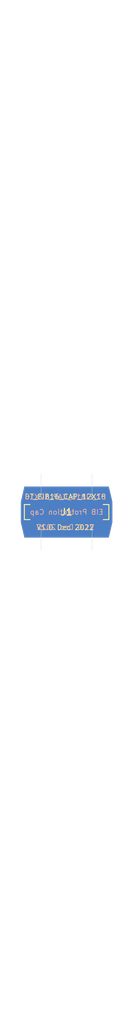
<source format=kicad_pcb>
(kicad_pcb (version 20240108) (generator "pcbnew") (generator_version "8.0")
  (layers (0 "F.Cu" signal "Top") (31 "B.Cu" signal "Bottom") (34 "B.Paste" user) (35 "F.Paste" user) (36 "B.SilkS" user "B.Silkscreen") (37 "F.SilkS" user "F.Silkscreen") (38 "B.Mask" user) (39 "F.Mask" user) (44 "Edge.Cuts" user))
  (net 0 "")
  (net 1 "GND")
  (footprint "SamacSys_Parts:DF40C2070DS04V51" (layer "F.Cu") (at 0 0)
    (property "Reference" "J1" (at 0 0 0) (layer "F.SilkS") (effects (font (size 1.27 1.27) (thickness 0.254))))
    (property "Value" "DF40C2070DS04V51" (hide yes))
    (fp_line (start -8.3 -1.47) (end -8.3 1.47) (stroke (width 0.2)) (layer "F.SilkS"))
    (fp_line (start -8.3 1.47) (end -7.2 1.47) (stroke (width 0.2)) (layer "F.SilkS"))
    (fp_line (start -7.2 -1.47) (end -8.3 -1.47) (stroke (width 0.2)) (layer "F.SilkS"))
    (fp_line (start 7.2 -1.47) (end 8.3 -1.47) (stroke (width 0.2)) (layer "F.SilkS"))
    (fp_line (start 8.3 -1.47) (end 8.3 1.47) (stroke (width 0.2)) (layer "F.SilkS"))
    (fp_line (start 8.3 1.47) (end 7.2 1.47) (stroke (width 0.2)) (layer "F.SilkS"))
    (pad "1" smd rect (at -6.8 1.54) (size 0.2 0.7) (layers "F.Cu" "F.Paste" "F.Mask"))
    (pad "2" smd rect (at -6.8 -1.54) (size 0.2 0.7) (layers "F.Cu" "F.Paste" "F.Mask"))
    (pad "3" smd rect (at -6.4 1.54) (size 0.2 0.7) (layers "F.Cu" "F.Paste" "F.Mask"))
    (pad "4" smd rect (at -6.4 -1.54) (size 0.2 0.7) (layers "F.Cu" "F.Paste" "F.Mask"))
    (pad "5" smd rect (at -6 1.54) (size 0.2 0.7) (layers "F.Cu" "F.Paste" "F.Mask"))
    (pad "6" smd rect (at -6 -1.54) (size 0.2 0.7) (layers "F.Cu" "F.Paste" "F.Mask"))
    (pad "7" smd rect (at -5.6 1.54) (size 0.2 0.7) (layers "F.Cu" "F.Paste" "F.Mask"))
    (pad "8" smd rect (at -5.6 -1.54) (size 0.2 0.7) (layers "F.Cu" "F.Paste" "F.Mask"))
    (pad "9" smd rect (at -5.2 1.54) (size 0.2 0.7) (layers "F.Cu" "F.Paste" "F.Mask"))
    (pad "10" smd rect (at -5.2 -1.54) (size 0.2 0.7) (layers "F.Cu" "F.Paste" "F.Mask"))
    (pad "11" smd rect (at -4.8 1.54) (size 0.2 0.7) (layers "F.Cu" "F.Paste" "F.Mask"))
    (pad "12" smd rect (at -4.8 -1.54) (size 0.2 0.7) (layers "F.Cu" "F.Paste" "F.Mask"))
    (pad "13" smd rect (at -4.4 1.54) (size 0.2 0.7) (layers "F.Cu" "F.Paste" "F.Mask"))
    (pad "14" smd rect (at -4.4 -1.54) (size 0.2 0.7) (layers "F.Cu" "F.Paste" "F.Mask"))
    (pad "15" smd rect (at -4 1.54) (size 0.2 0.7) (layers "F.Cu" "F.Paste" "F.Mask"))
    (pad "16" smd rect (at -4 -1.54) (size 0.2 0.7) (layers "F.Cu" "F.Paste" "F.Mask"))
    (pad "17" smd rect (at -3.6 1.54) (size 0.2 0.7) (layers "F.Cu" "F.Paste" "F.Mask"))
    (pad "18" smd rect (at -3.6 -1.54) (size 0.2 0.7) (layers "F.Cu" "F.Paste" "F.Mask"))
    (pad "19" smd rect (at -3.2 1.54) (size 0.2 0.7) (layers "F.Cu" "F.Paste" "F.Mask"))
    (pad "20" smd rect (at -3.2 -1.54) (size 0.2 0.7) (layers "F.Cu" "F.Paste" "F.Mask"))
    (pad "21" smd rect (at -2.8 1.54) (size 0.2 0.7) (layers "F.Cu" "F.Paste" "F.Mask"))
    (pad "22" smd rect (at -2.8 -1.54) (size 0.2 0.7) (layers "F.Cu" "F.Paste" "F.Mask"))
    (pad "23" smd rect (at -2.4 1.54) (size 0.2 0.7) (layers "F.Cu" "F.Paste" "F.Mask"))
    (pad "24" smd rect (at -2.4 -1.54) (size 0.2 0.7) (layers "F.Cu" "F.Paste" "F.Mask"))
    (pad "25" smd rect (at -2 1.54) (size 0.2 0.7) (layers "F.Cu" "F.Paste" "F.Mask"))
    (pad "26" smd rect (at -2 -1.54) (size 0.2 0.7) (layers "F.Cu" "F.Paste" "F.Mask"))
    (pad "27" smd rect (at -1.6 1.54) (size 0.2 0.7) (layers "F.Cu" "F.Paste" "F.Mask"))
    (pad "28" smd rect (at -1.6 -1.54) (size 0.2 0.7) (layers "F.Cu" "F.Paste" "F.Mask"))
    (pad "29" smd rect (at -1.2 1.54) (size 0.2 0.7) (layers "F.Cu" "F.Paste" "F.Mask"))
    (pad "30" smd rect (at -1.2 -1.54) (size 0.2 0.7) (layers "F.Cu" "F.Paste" "F.Mask"))
    (pad "31" smd rect (at -0.8 1.54) (size 0.2 0.7) (layers "F.Cu" "F.Paste" "F.Mask"))
    (pad "32" smd rect (at -0.8 -1.54) (size 0.2 0.7) (layers "F.Cu" "F.Paste" "F.Mask"))
    (pad "33" smd rect (at -0.4 1.54) (size 0.2 0.7) (layers "F.Cu" "F.Paste" "F.Mask"))
    (pad "34" smd rect (at -0.4 -1.54) (size 0.2 0.7) (layers "F.Cu" "F.Paste" "F.Mask"))
    (pad "35" smd rect (at 0 1.54) (size 0.2 0.7) (layers "F.Cu" "F.Paste" "F.Mask"))
    (pad "36" smd rect (at 0 -1.54) (size 0.2 0.7) (layers "F.Cu" "F.Paste" "F.Mask"))
    (pad "37" smd rect (at 0.4 1.54) (size 0.2 0.7) (layers "F.Cu" "F.Paste" "F.Mask"))
    (pad "38" smd rect (at 0.4 -1.54) (size 0.2 0.7) (layers "F.Cu" "F.Paste" "F.Mask"))
    (pad "39" smd rect (at 0.8 1.54) (size 0.2 0.7) (layers "F.Cu" "F.Paste" "F.Mask"))
    (pad "40" smd rect (at 0.8 -1.54) (size 0.2 0.7) (layers "F.Cu" "F.Paste" "F.Mask"))
    (pad "41" smd rect (at 1.2 1.54) (size 0.2 0.7) (layers "F.Cu" "F.Paste" "F.Mask"))
    (pad "42" smd rect (at 1.2 -1.54) (size 0.2 0.7) (layers "F.Cu" "F.Paste" "F.Mask"))
    (pad "43" smd rect (at 1.6 1.54) (size 0.2 0.7) (layers "F.Cu" "F.Paste" "F.Mask"))
    (pad "44" smd rect (at 1.6 -1.54) (size 0.2 0.7) (layers "F.Cu" "F.Paste" "F.Mask"))
    (pad "45" smd rect (at 2 1.54) (size 0.2 0.7) (layers "F.Cu" "F.Paste" "F.Mask"))
    (pad "46" smd rect (at 2 -1.54) (size 0.2 0.7) (layers "F.Cu" "F.Paste" "F.Mask"))
    (pad "47" smd rect (at 2.4 1.54) (size 0.2 0.7) (layers "F.Cu" "F.Paste" "F.Mask"))
    (pad "48" smd rect (at 2.4 -1.54) (size 0.2 0.7) (layers "F.Cu" "F.Paste" "F.Mask"))
    (pad "49" smd rect (at 2.8 1.54) (size 0.2 0.7) (layers "F.Cu" "F.Paste" "F.Mask"))
    (pad "50" smd rect (at 2.8 -1.54) (size 0.2 0.7) (layers "F.Cu" "F.Paste" "F.Mask"))
    (pad "51" smd rect (at 3.2 1.54) (size 0.2 0.7) (layers "F.Cu" "F.Paste" "F.Mask"))
    (pad "52" smd rect (at 3.2 -1.54) (size 0.2 0.7) (layers "F.Cu" "F.Paste" "F.Mask"))
    (pad "53" smd rect (at 3.6 1.54) (size 0.2 0.7) (layers "F.Cu" "F.Paste" "F.Mask"))
    (pad "54" smd rect (at 3.6 -1.54) (size 0.2 0.7) (layers "F.Cu" "F.Paste" "F.Mask"))
    (pad "55" smd rect (at 4 1.54) (size 0.2 0.7) (layers "F.Cu" "F.Paste" "F.Mask"))
    (pad "56" smd rect (at 4 -1.54) (size 0.2 0.7) (layers "F.Cu" "F.Paste" "F.Mask"))
    (pad "57" smd rect (at 4.4 1.54) (size 0.2 0.7) (layers "F.Cu" "F.Paste" "F.Mask"))
    (pad "58" smd rect (at 4.4 -1.54) (size 0.2 0.7) (layers "F.Cu" "F.Paste" "F.Mask"))
    (pad "59" smd rect (at 4.8 1.54) (size 0.2 0.7) (layers "F.Cu" "F.Paste" "F.Mask"))
    (pad "60" smd rect (at 4.8 -1.54) (size 0.2 0.7) (layers "F.Cu" "F.Paste" "F.Mask"))
    (pad "61" smd rect (at 5.2 1.54) (size 0.2 0.7) (layers "F.Cu" "F.Paste" "F.Mask"))
    (pad "62" smd rect (at 5.2 -1.54) (size 0.2 0.7) (layers "F.Cu" "F.Paste" "F.Mask"))
    (pad "63" smd rect (at 5.6 1.54) (size 0.2 0.7) (layers "F.Cu" "F.Paste" "F.Mask"))
    (pad "64" smd rect (at 5.6 -1.54) (size 0.2 0.7) (layers "F.Cu" "F.Paste" "F.Mask"))
    (pad "65" smd rect (at 6 1.54) (size 0.2 0.7) (layers "F.Cu" "F.Paste" "F.Mask"))
    (pad "66" smd rect (at 6 -1.54) (size 0.2 0.7) (layers "F.Cu" "F.Paste" "F.Mask"))
    (pad "67" smd rect (at 6.4 1.54) (size 0.2 0.7) (layers "F.Cu" "F.Paste" "F.Mask"))
    (pad "68" smd rect (at 6.4 -1.54) (size 0.2 0.7) (layers "F.Cu" "F.Paste" "F.Mask"))
    (pad "69" smd rect (at 6.8 1.54) (size 0.2 0.7) (layers "F.Cu" "F.Paste" "F.Mask"))
    (pad "70" smd rect (at 6.8 -1.54) (size 0.2 0.7) (layers "F.Cu" "F.Paste" "F.Mask"))
  )
  (gr_line (start 8.3 5) (end -8.3 5) (stroke (width 0.05)) (layer "Edge.Cuts"))
  (gr_line (start -8.3 -5) (end 8.3 -5) (stroke (width 0.05)) (layer "Edge.Cuts"))
  (gr_line (start -9 -2) (end -8.3 -5) (stroke (width 0.05)) (layer "Edge.Cuts"))
  (gr_line (start -9 2) (end -9 -2) (stroke (width 0.05)) (layer "Edge.Cuts"))
  (gr_line (start 9 2) (end 8.3 5) (stroke (width 0.05)) (layer "Edge.Cuts"))
  (gr_line (start 5 -7.5) (end 5 -2.5) (stroke (width 0.05588)) (layer "Edge.Cuts"))
  (gr_line (start 5 2.5) (end 5 7.5) (stroke (width 0.05588)) (layer "Edge.Cuts"))
  (gr_line (start -5 -7.5) (end -5 -2.5) (stroke (width 0.05588)) (layer "Edge.Cuts"))
  (gr_line (start -5 2.5) (end -5 7.5) (stroke (width 0.05588)) (layer "Edge.Cuts"))
  (gr_line (start 9 -2) (end 8.3 -5) (stroke (width 0.05)) (layer "Edge.Cuts"))
  (gr_line (start 9 -2) (end 9 2) (stroke (width 0.05)) (layer "Edge.Cuts"))
  (gr_line (start -8.3 5) (end -9 2) (stroke (width 0.05)) (layer "Edge.Cuts"))
  (gr_text "V1.0 Dec 2022" (at -0.25 2.969 0) (layer "B.SilkS") (effects (font (size 1 1)) (justify mirror)))
  (gr_text "DT_EIB16_CAP_12X18" (at -0.25 -2.969 0) (layer "B.SilkS") (effects (font (size 1 1)) (justify mirror)))
  (gr_text "EIB Protection Cap" (at 0 0 0) (layer "B.SilkS") (effects (font (size 1 1)) (justify mirror)))
  (gr_text "V1.0 Dec 2022" (at -0.25 3 0) (layer "F.SilkS") (effects (font (size 1 1))))
  (gr_text "DT_EIB16_CAP_12X18" (at -0.25 -3 0) (layer "F.SilkS") (effects (font (size 1 1))))
  (zone (net 1) (net_name "GND") (layer "F.Cu") (priority 6) (connect_pads (clearance 0.1)) (min_thickness 0.0635) (fill yes (thermal_gap 0.177) (thermal_bridge_width 0.177))
    (polygon (pts (xy 14.045997 -17.447839) (xy 14.045993 11.679157) (xy -13.081003 11.679153) (xy -13.080999 -17.447843)))
  )
  (zone (net 1) (net_name "GND") (layer "B.Cu") (priority 6) (connect_pads (clearance 0.1)) (min_thickness 0.0635) (fill yes (thermal_gap 0.177) (thermal_bridge_width 0.177))
    (polygon (pts (xy 10.966992 8.602496) (xy -10.16 8.602496) (xy -10.16 -14.524496) (xy 10.966992 -14.524496)))
  )
)
</source>
